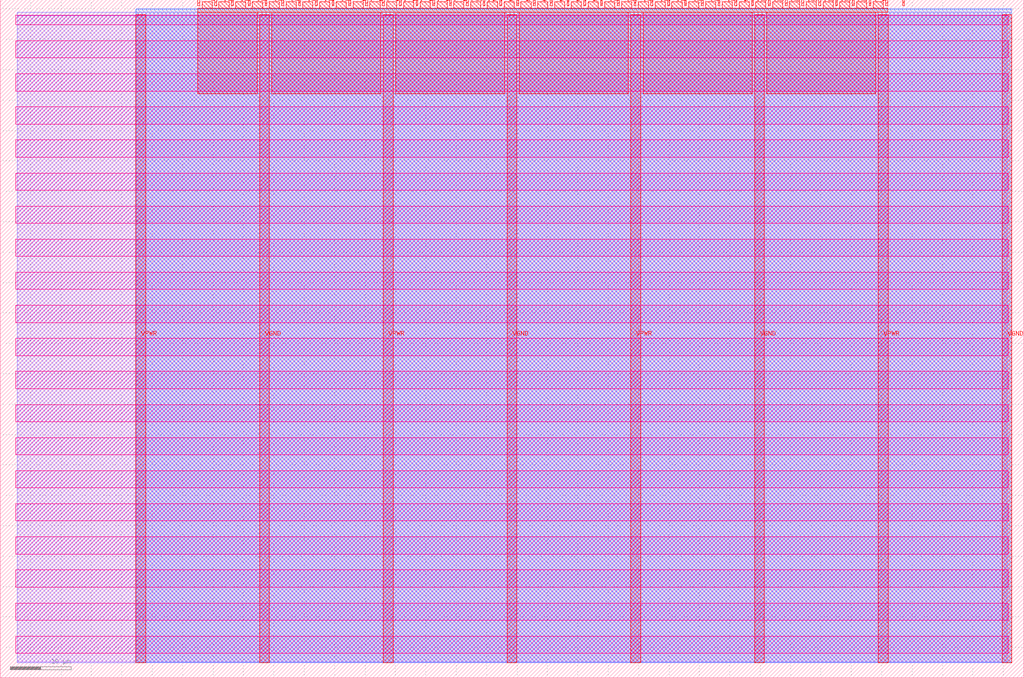
<source format=lef>
VERSION 5.7 ;
  NOWIREEXTENSIONATPIN ON ;
  DIVIDERCHAR "/" ;
  BUSBITCHARS "[]" ;
MACRO tt_um_wokwi_380409393770716161
  CLASS BLOCK ;
  FOREIGN tt_um_wokwi_380409393770716161 ;
  ORIGIN 0.000 0.000 ;
  SIZE 168.360 BY 111.520 ;
  PIN VGND
    DIRECTION INOUT ;
    USE GROUND ;
    PORT
      LAYER met4 ;
        RECT 42.670 2.480 44.270 109.040 ;
    END
    PORT
      LAYER met4 ;
        RECT 83.380 2.480 84.980 109.040 ;
    END
    PORT
      LAYER met4 ;
        RECT 124.090 2.480 125.690 109.040 ;
    END
    PORT
      LAYER met4 ;
        RECT 164.800 2.480 166.400 109.040 ;
    END
  END VGND
  PIN VPWR
    DIRECTION INOUT ;
    USE POWER ;
    PORT
      LAYER met4 ;
        RECT 22.315 2.480 23.915 109.040 ;
    END
    PORT
      LAYER met4 ;
        RECT 63.025 2.480 64.625 109.040 ;
    END
    PORT
      LAYER met4 ;
        RECT 103.735 2.480 105.335 109.040 ;
    END
    PORT
      LAYER met4 ;
        RECT 144.445 2.480 146.045 109.040 ;
    END
  END VPWR
  PIN clk
    DIRECTION INPUT ;
    USE SIGNAL ;
    ANTENNAGATEAREA 0.159000 ;
    PORT
      LAYER met4 ;
        RECT 145.670 110.520 145.970 111.520 ;
    END
  END clk
  PIN ena
    DIRECTION INPUT ;
    USE SIGNAL ;
    PORT
      LAYER met4 ;
        RECT 148.430 110.520 148.730 111.520 ;
    END
  END ena
  PIN rst_n
    DIRECTION INPUT ;
    USE SIGNAL ;
    ANTENNAGATEAREA 0.196500 ;
    PORT
      LAYER met4 ;
        RECT 142.910 110.520 143.210 111.520 ;
    END
  END rst_n
  PIN ui_in[0]
    DIRECTION INPUT ;
    USE SIGNAL ;
    ANTENNAGATEAREA 0.196500 ;
    PORT
      LAYER met4 ;
        RECT 140.150 110.520 140.450 111.520 ;
    END
  END ui_in[0]
  PIN ui_in[1]
    DIRECTION INPUT ;
    USE SIGNAL ;
    ANTENNAGATEAREA 0.196500 ;
    PORT
      LAYER met4 ;
        RECT 137.390 110.520 137.690 111.520 ;
    END
  END ui_in[1]
  PIN ui_in[2]
    DIRECTION INPUT ;
    USE SIGNAL ;
    ANTENNAGATEAREA 0.196500 ;
    PORT
      LAYER met4 ;
        RECT 134.630 110.520 134.930 111.520 ;
    END
  END ui_in[2]
  PIN ui_in[3]
    DIRECTION INPUT ;
    USE SIGNAL ;
    ANTENNAGATEAREA 0.196500 ;
    PORT
      LAYER met4 ;
        RECT 131.870 110.520 132.170 111.520 ;
    END
  END ui_in[3]
  PIN ui_in[4]
    DIRECTION INPUT ;
    USE SIGNAL ;
    ANTENNAGATEAREA 0.196500 ;
    PORT
      LAYER met4 ;
        RECT 129.110 110.520 129.410 111.520 ;
    END
  END ui_in[4]
  PIN ui_in[5]
    DIRECTION INPUT ;
    USE SIGNAL ;
    ANTENNAGATEAREA 0.196500 ;
    PORT
      LAYER met4 ;
        RECT 126.350 110.520 126.650 111.520 ;
    END
  END ui_in[5]
  PIN ui_in[6]
    DIRECTION INPUT ;
    USE SIGNAL ;
    ANTENNAGATEAREA 0.196500 ;
    PORT
      LAYER met4 ;
        RECT 123.590 110.520 123.890 111.520 ;
    END
  END ui_in[6]
  PIN ui_in[7]
    DIRECTION INPUT ;
    USE SIGNAL ;
    ANTENNAGATEAREA 0.196500 ;
    PORT
      LAYER met4 ;
        RECT 120.830 110.520 121.130 111.520 ;
    END
  END ui_in[7]
  PIN uio_in[0]
    DIRECTION INPUT ;
    USE SIGNAL ;
    PORT
      LAYER met4 ;
        RECT 118.070 110.520 118.370 111.520 ;
    END
  END uio_in[0]
  PIN uio_in[1]
    DIRECTION INPUT ;
    USE SIGNAL ;
    PORT
      LAYER met4 ;
        RECT 115.310 110.520 115.610 111.520 ;
    END
  END uio_in[1]
  PIN uio_in[2]
    DIRECTION INPUT ;
    USE SIGNAL ;
    PORT
      LAYER met4 ;
        RECT 112.550 110.520 112.850 111.520 ;
    END
  END uio_in[2]
  PIN uio_in[3]
    DIRECTION INPUT ;
    USE SIGNAL ;
    PORT
      LAYER met4 ;
        RECT 109.790 110.520 110.090 111.520 ;
    END
  END uio_in[3]
  PIN uio_in[4]
    DIRECTION INPUT ;
    USE SIGNAL ;
    PORT
      LAYER met4 ;
        RECT 107.030 110.520 107.330 111.520 ;
    END
  END uio_in[4]
  PIN uio_in[5]
    DIRECTION INPUT ;
    USE SIGNAL ;
    PORT
      LAYER met4 ;
        RECT 104.270 110.520 104.570 111.520 ;
    END
  END uio_in[5]
  PIN uio_in[6]
    DIRECTION INPUT ;
    USE SIGNAL ;
    PORT
      LAYER met4 ;
        RECT 101.510 110.520 101.810 111.520 ;
    END
  END uio_in[6]
  PIN uio_in[7]
    DIRECTION INPUT ;
    USE SIGNAL ;
    PORT
      LAYER met4 ;
        RECT 98.750 110.520 99.050 111.520 ;
    END
  END uio_in[7]
  PIN uio_oe[0]
    DIRECTION OUTPUT TRISTATE ;
    USE SIGNAL ;
    PORT
      LAYER met4 ;
        RECT 51.830 110.520 52.130 111.520 ;
    END
  END uio_oe[0]
  PIN uio_oe[1]
    DIRECTION OUTPUT TRISTATE ;
    USE SIGNAL ;
    PORT
      LAYER met4 ;
        RECT 49.070 110.520 49.370 111.520 ;
    END
  END uio_oe[1]
  PIN uio_oe[2]
    DIRECTION OUTPUT TRISTATE ;
    USE SIGNAL ;
    PORT
      LAYER met4 ;
        RECT 46.310 110.520 46.610 111.520 ;
    END
  END uio_oe[2]
  PIN uio_oe[3]
    DIRECTION OUTPUT TRISTATE ;
    USE SIGNAL ;
    PORT
      LAYER met4 ;
        RECT 43.550 110.520 43.850 111.520 ;
    END
  END uio_oe[3]
  PIN uio_oe[4]
    DIRECTION OUTPUT TRISTATE ;
    USE SIGNAL ;
    PORT
      LAYER met4 ;
        RECT 40.790 110.520 41.090 111.520 ;
    END
  END uio_oe[4]
  PIN uio_oe[5]
    DIRECTION OUTPUT TRISTATE ;
    USE SIGNAL ;
    PORT
      LAYER met4 ;
        RECT 38.030 110.520 38.330 111.520 ;
    END
  END uio_oe[5]
  PIN uio_oe[6]
    DIRECTION OUTPUT TRISTATE ;
    USE SIGNAL ;
    PORT
      LAYER met4 ;
        RECT 35.270 110.520 35.570 111.520 ;
    END
  END uio_oe[6]
  PIN uio_oe[7]
    DIRECTION OUTPUT TRISTATE ;
    USE SIGNAL ;
    PORT
      LAYER met4 ;
        RECT 32.510 110.520 32.810 111.520 ;
    END
  END uio_oe[7]
  PIN uio_out[0]
    DIRECTION OUTPUT TRISTATE ;
    USE SIGNAL ;
    PORT
      LAYER met4 ;
        RECT 73.910 110.520 74.210 111.520 ;
    END
  END uio_out[0]
  PIN uio_out[1]
    DIRECTION OUTPUT TRISTATE ;
    USE SIGNAL ;
    PORT
      LAYER met4 ;
        RECT 71.150 110.520 71.450 111.520 ;
    END
  END uio_out[1]
  PIN uio_out[2]
    DIRECTION OUTPUT TRISTATE ;
    USE SIGNAL ;
    PORT
      LAYER met4 ;
        RECT 68.390 110.520 68.690 111.520 ;
    END
  END uio_out[2]
  PIN uio_out[3]
    DIRECTION OUTPUT TRISTATE ;
    USE SIGNAL ;
    PORT
      LAYER met4 ;
        RECT 65.630 110.520 65.930 111.520 ;
    END
  END uio_out[3]
  PIN uio_out[4]
    DIRECTION OUTPUT TRISTATE ;
    USE SIGNAL ;
    PORT
      LAYER met4 ;
        RECT 62.870 110.520 63.170 111.520 ;
    END
  END uio_out[4]
  PIN uio_out[5]
    DIRECTION OUTPUT TRISTATE ;
    USE SIGNAL ;
    PORT
      LAYER met4 ;
        RECT 60.110 110.520 60.410 111.520 ;
    END
  END uio_out[5]
  PIN uio_out[6]
    DIRECTION OUTPUT TRISTATE ;
    USE SIGNAL ;
    PORT
      LAYER met4 ;
        RECT 57.350 110.520 57.650 111.520 ;
    END
  END uio_out[6]
  PIN uio_out[7]
    DIRECTION OUTPUT TRISTATE ;
    USE SIGNAL ;
    PORT
      LAYER met4 ;
        RECT 54.590 110.520 54.890 111.520 ;
    END
  END uio_out[7]
  PIN uo_out[0]
    DIRECTION OUTPUT TRISTATE ;
    USE SIGNAL ;
    ANTENNADIFFAREA 0.445500 ;
    PORT
      LAYER met4 ;
        RECT 95.990 110.520 96.290 111.520 ;
    END
  END uo_out[0]
  PIN uo_out[1]
    DIRECTION OUTPUT TRISTATE ;
    USE SIGNAL ;
    PORT
      LAYER met4 ;
        RECT 93.230 110.520 93.530 111.520 ;
    END
  END uo_out[1]
  PIN uo_out[2]
    DIRECTION OUTPUT TRISTATE ;
    USE SIGNAL ;
    ANTENNADIFFAREA 0.795200 ;
    PORT
      LAYER met4 ;
        RECT 90.470 110.520 90.770 111.520 ;
    END
  END uo_out[2]
  PIN uo_out[3]
    DIRECTION OUTPUT TRISTATE ;
    USE SIGNAL ;
    ANTENNADIFFAREA 0.795200 ;
    PORT
      LAYER met4 ;
        RECT 87.710 110.520 88.010 111.520 ;
    END
  END uo_out[3]
  PIN uo_out[4]
    DIRECTION OUTPUT TRISTATE ;
    USE SIGNAL ;
    ANTENNADIFFAREA 0.445500 ;
    PORT
      LAYER met4 ;
        RECT 84.950 110.520 85.250 111.520 ;
    END
  END uo_out[4]
  PIN uo_out[5]
    DIRECTION OUTPUT TRISTATE ;
    USE SIGNAL ;
    ANTENNADIFFAREA 0.445500 ;
    PORT
      LAYER met4 ;
        RECT 82.190 110.520 82.490 111.520 ;
    END
  END uo_out[5]
  PIN uo_out[6]
    DIRECTION OUTPUT TRISTATE ;
    USE SIGNAL ;
    ANTENNADIFFAREA 0.795200 ;
    PORT
      LAYER met4 ;
        RECT 79.430 110.520 79.730 111.520 ;
    END
  END uo_out[6]
  PIN uo_out[7]
    DIRECTION OUTPUT TRISTATE ;
    USE SIGNAL ;
    ANTENNADIFFAREA 0.795200 ;
    PORT
      LAYER met4 ;
        RECT 76.670 110.520 76.970 111.520 ;
    END
  END uo_out[7]
  OBS
      LAYER nwell ;
        RECT 2.570 107.385 165.790 108.990 ;
        RECT 2.570 101.945 165.790 104.775 ;
        RECT 2.570 96.505 165.790 99.335 ;
        RECT 2.570 91.065 165.790 93.895 ;
        RECT 2.570 85.625 165.790 88.455 ;
        RECT 2.570 80.185 165.790 83.015 ;
        RECT 2.570 74.745 165.790 77.575 ;
        RECT 2.570 69.305 165.790 72.135 ;
        RECT 2.570 63.865 165.790 66.695 ;
        RECT 2.570 58.425 165.790 61.255 ;
        RECT 2.570 52.985 165.790 55.815 ;
        RECT 2.570 47.545 165.790 50.375 ;
        RECT 2.570 42.105 165.790 44.935 ;
        RECT 2.570 36.665 165.790 39.495 ;
        RECT 2.570 31.225 165.790 34.055 ;
        RECT 2.570 25.785 165.790 28.615 ;
        RECT 2.570 20.345 165.790 23.175 ;
        RECT 2.570 14.905 165.790 17.735 ;
        RECT 2.570 9.465 165.790 12.295 ;
        RECT 2.570 4.025 165.790 6.855 ;
      LAYER li1 ;
        RECT 2.760 2.635 165.600 108.885 ;
      LAYER met1 ;
        RECT 2.760 2.480 166.400 109.440 ;
      LAYER met2 ;
        RECT 22.345 2.535 166.370 110.005 ;
      LAYER met3 ;
        RECT 22.325 2.555 166.390 109.985 ;
      LAYER met4 ;
        RECT 33.210 110.120 34.870 111.170 ;
        RECT 35.970 110.120 37.630 111.170 ;
        RECT 38.730 110.120 40.390 111.170 ;
        RECT 41.490 110.120 43.150 111.170 ;
        RECT 44.250 110.120 45.910 111.170 ;
        RECT 47.010 110.120 48.670 111.170 ;
        RECT 49.770 110.120 51.430 111.170 ;
        RECT 52.530 110.120 54.190 111.170 ;
        RECT 55.290 110.120 56.950 111.170 ;
        RECT 58.050 110.120 59.710 111.170 ;
        RECT 60.810 110.120 62.470 111.170 ;
        RECT 63.570 110.120 65.230 111.170 ;
        RECT 66.330 110.120 67.990 111.170 ;
        RECT 69.090 110.120 70.750 111.170 ;
        RECT 71.850 110.120 73.510 111.170 ;
        RECT 74.610 110.120 76.270 111.170 ;
        RECT 77.370 110.120 79.030 111.170 ;
        RECT 80.130 110.120 81.790 111.170 ;
        RECT 82.890 110.120 84.550 111.170 ;
        RECT 85.650 110.120 87.310 111.170 ;
        RECT 88.410 110.120 90.070 111.170 ;
        RECT 91.170 110.120 92.830 111.170 ;
        RECT 93.930 110.120 95.590 111.170 ;
        RECT 96.690 110.120 98.350 111.170 ;
        RECT 99.450 110.120 101.110 111.170 ;
        RECT 102.210 110.120 103.870 111.170 ;
        RECT 104.970 110.120 106.630 111.170 ;
        RECT 107.730 110.120 109.390 111.170 ;
        RECT 110.490 110.120 112.150 111.170 ;
        RECT 113.250 110.120 114.910 111.170 ;
        RECT 116.010 110.120 117.670 111.170 ;
        RECT 118.770 110.120 120.430 111.170 ;
        RECT 121.530 110.120 123.190 111.170 ;
        RECT 124.290 110.120 125.950 111.170 ;
        RECT 127.050 110.120 128.710 111.170 ;
        RECT 129.810 110.120 131.470 111.170 ;
        RECT 132.570 110.120 134.230 111.170 ;
        RECT 135.330 110.120 136.990 111.170 ;
        RECT 138.090 110.120 139.750 111.170 ;
        RECT 140.850 110.120 142.510 111.170 ;
        RECT 143.610 110.120 145.270 111.170 ;
        RECT 32.495 109.440 145.985 110.120 ;
        RECT 32.495 96.055 42.270 109.440 ;
        RECT 44.670 96.055 62.625 109.440 ;
        RECT 65.025 96.055 82.980 109.440 ;
        RECT 85.380 96.055 103.335 109.440 ;
        RECT 105.735 96.055 123.690 109.440 ;
        RECT 126.090 96.055 144.045 109.440 ;
  END
END tt_um_wokwi_380409393770716161
END LIBRARY


</source>
